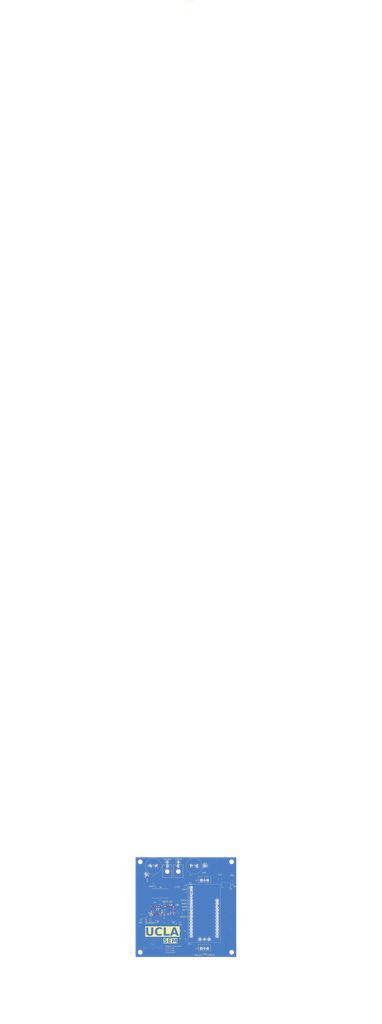
<source format=kicad_pcb>
(kicad_pcb (version 20240108) (generator "pcbnew") (generator_version "8.0")
  (layers (0 "F.Cu" signal) (31 "B.Cu" signal) (34 "B.Paste" user) (35 "F.Paste" user) (36 "B.SilkS" user "B.Silkscreen") (37 "F.SilkS" user "F.Silkscreen") (38 "B.Mask" user) (39 "F.Mask" user) (44 "Edge.Cuts" user))
  (net 0 "")
  (net 1 "GND")
  (net 2 "+5V")
  (net 3 "+3.3V")
  (net 4 "Net-(U2-CAP)")
  (net 5 "/DIVIDED_VOLTAGE")
  (net 6 "/AMPLIFIED_VOLTAGE")
  (net 7 "+12V")
  (net 8 "Net-(D1-Pad2)")
  (net 9 "Net-(D2-Pad2)")
  (net 10 "Net-(D3-Pad2)")
  (net 11 "/SHUNT_TO_LOAD")
  (net 12 "/CAN_N")
  (net 13 "/CAN_P")
  (net 14 "/CS")
  (net 15 "/FEEDBACK")
  (net 16 "Net-(R6-Pad2)")
  (net 17 "Net-(U2-AIN3P)")
  (net 18 "Net-(RP1-D4)")
  (net 19 "Net-(RP1-TX)")
  (net 36 "/MOSI")
  (net 37 "/MISO")
  (net 38 "/GPIO_CLKIN")
  (net 39 "/GPIO_RESET")
  (net 41 "/SCK")
  (net 42 "Net-(U4-VIN+)")
  (net 43 "Net-(C11-Pad2)")
  (net 44 "Net-(C9-Pad1)")
  (footprint "SMV_Passives:RESC2012X55N" (layer "F.Cu") (at 99.97 110.157799 90)
    (property "Reference" "R4")
    (property "Value" "TNPW0805101KBEEA" (hide yes))
  )
  (footprint "SMV_Logo:SEM_logo" (layer "F.Cu") (at 115.95 120.66)
    (property "Reference" "REF**")
    (property "Value" "SEM_logo")
  )
  (footprint "Resistor_THT:R_Axial_DIN0204_L3.6mm_D1.6mm_P1.90mm_Vertical" (layer "F.Cu") (at 147.405 68.42)
    (property "Reference" "R12")
    (property "Value" "R_US" (hide yes))
  )
  (footprint "SMV_Passives:Cap0805" (layer "F.Cu") (at 110.5 100.5 180)
    (property "Reference" "C3")
    (property "Value" "0.1uF,50V" (hide yes))
  )
  (footprint "SMV_Connectors:CONN_SD-43045-001_02_MOL" (layer "F.Cu") (at 118.65 68.48)
    (property "Reference" "12V_OUT")
    (property "Value" "430450200" (hide yes))
  )
  (footprint "MountingHole:MountingHole_3.2mm_M3" (layer "F.Cu") (at 169.28 136.16)
    (property "Reference" "H3" (hide yes))
    (property "Value" "MountingHole")
  )
  (footprint "TestPoint:TestPoint_Pad_D1.0mm" (layer "F.Cu") (at 116.143651 104.71325 90)
    (property "Reference" "RC1")
    (property "Value" "TestPoint" (hide yes))
  )
  (footprint "SMV_Passives:WSR" (layer "F.Cu") (at 112.9534 90 180)
    (property "Reference" "R1")
    (property "Value" "WSR5R0100FEA, 10mOhms" (hide yes))
  )
  (footprint "SMV_Passives:CAP_C2220C_2S_KEM" (layer "F.Cu") (at 136.8 78.53)
    (property "Reference" "C12")
    (property "Value" "4.7uF, 100V" (hide yes))
  )
  (footprint "TestPoint:TestPoint_Pad_D1.0mm" (layer "F.Cu") (at 102 109.227799 90)
    (property "Reference" "V_DIV")
    (property "Value" "TestPoint" (hide yes))
  )
  (footprint "TestPoint:TestPoint_Pad_D1.0mm" (layer "F.Cu") (at 125 85)
    (property "Reference" "TP1")
    (property "Value" "TestPoint" (hide yes))
  )
  (footprint "TestPoint:TestPoint_Pad_D1.0mm" (layer "F.Cu") (at 134.43 98.07)
    (property "Reference" "MOSI")
    (property "Value" "TestPoint" (hide yes))
  )
  (footprint "TestPoint:TestPoint_Pad_D1.0mm" (layer "F.Cu") (at 145.5 138.25)
    (property "Reference" "CAN_P")
    (property "Value" "TestPoint" (hide yes))
  )
  (footprint "SMV_Passives:WL-SMCW_0603(diode)" (layer "F.Cu") (at 128.7 124)
    (property "Reference" "D2")
    (property "Value" "WL-SMCW_0603" (hide yes))
  )
  (footprint "SMV_Passives:CAPC17595_87N_KEM" (layer "F.Cu") (at 118 105.757799 90)
    (property "Reference" "C2")
    (property "Value" "C0603C472K4RACTU, 4700pF" (hide yes))
  )
  (footprint "TestPoint:TestPoint_Pad_D1.0mm" (layer "F.Cu") (at 105.5 111.5)
    (property "Reference" "FEEDBACK")
    (property "Value" "TestPoint" (hide yes))
  )
  (footprint "SMV_Passives:Cap0805" (layer "F.Cu") (at 105.968 104.745102 180)
    (property "Reference" "C7")
    (property "Value" "0.1uF,50V" (hide yes))
  )
  (footprint "TestPoint:TestPoint_Pad_D1.0mm" (layer "F.Cu") (at 116.568 98.106349)
    (property "Reference" "SENSE_OUT")
    (property "Value" "TestPoint" (hide yes))
  )
  (footprint "TestPoint:TestPoint_Pad_D1.0mm" (layer "F.Cu") (at 113.5 107.5)
    (property "Reference" "RC2")
    (property "Value" "TestPoint" (hide yes))
  )
  (footprint "SMV_ICs:DCY4_TEX" (layer "F.Cu") (at 165 83.38215 180)
    (property "Reference" "U3")
    (property "Value" "UA78M05QDCYRG4Q1" (hide yes))
  )
  (footprint "SMV_ICs:SOT-23-5_MC_MCH" (layer "F.Cu") (at 105.386801 108.277798)
    (property "Reference" "U4")
    (property "Value" "MCP6286T-E/OT" (hide yes))
  )
  (footprint "SMV_Passives:Cap0805" (layer "F.Cu") (at 169.72 78.86 90)
    (property "Reference" "C1")
    (property "Value" "0.1uF,50V" (hide yes))
  )
  (footprint "TestPoint:TestPoint_Pad_D1.0mm" (layer "F.Cu") (at 134.43 100.53)
    (property "Reference" "MISO")
    (property "Value" "TestPoint" (hide yes))
  )
  (footprint "SMV_Passives:0805RESC2012X60N" (layer "F.Cu") (at 109.682 109.827797 180)
    (property "Reference" "R5")
    (property "Value" "CRCW020149R9FNED, 50Ω" (hide yes))
  )
  (footprint "MountingHole:MountingHole_3.2mm_M3" (layer "F.Cu") (at 97.44 65.19)
    (property "Reference" "H2" (hide yes))
    (property "Value" "MountingHole")
  )
  (footprint "SMV_Passives:WL-SMCW_0603(diode)" (layer "F.Cu") (at 132.5 83.5 -90)
    (property "Reference" "D1")
    (property "Value" "WL-SMCW_0603" (hide yes))
  )
  (footprint "SMV_Passives:CAP_C2220C_2S_KEM" (layer "F.Cu") (at 107.7698 79.3 180)
    (property "Reference" "C13")
    (property "Value" "4.7uF, 100V" (hide yes))
  )
  (footprint "TestPoint:TestPoint_Pad_D1.0mm" (layer "F.Cu") (at 128.8 112.88)
    (property "Reference" "CS")
    (property "Value" "TestPoint" (hide yes))
  )
  (footprint "SMV_Passives:0805RESC2012X60N" (layer "F.Cu") (at 132.5 89.49 -90)
    (property "Reference" "R9")
    (property "Value" "RCS0603150RJNEA, 150Ω" (hide yes))
  )
  (footprint "SMV_Passives:Cap0805" (layer "F.Cu") (at 126.4055 102.625001 90)
    (property "Reference" "C5")
    (property "Value" "1uF,16V" (hide yes))
  )
  (footprint "TestPoint:TestPoint_Pad_D1.0mm" (layer "F.Cu") (at 134 86.5)
    (property "Reference" "TP3")
    (property "Value" "TestPoint" (hide yes))
  )
  (footprint "TestPoint:TestPoint_Pad_D1.0mm" (layer "F.Cu") (at 134.43 108.34)
    (property "Reference" "RESET")
    (property "Value" "TestPoint" (hide yes))
  )
  (footprint "TestPoint:TestPoint_Pad_D1.0mm" (layer "F.Cu") (at 134.43 95.53)
    (property "Reference" "CLKIN")
    (property "Value" "TestPoint" (hide yes))
  )
  (footprint "TestPoint:TestPoint_Pad_D1.0mm" (layer "F.Cu") (at 134.43 102.94)
    (property "Reference" "SCK")
    (property "Value" "TestPoint" (hide yes))
  )
  (footprint "SMV_Passives:CAPC520220_215N_KEM" (layer "F.Cu") (at 113.182 111.825001 90)
    (property "Reference" "C8")
    (property "Value" "C1808C472KGRACTU, 4700pF")
  )
  (footprint "SMV_ICs:SOIC_DBVRQ1_TEX" (layer "F.Cu") (at 112.63475 97 180)
    (property "Reference" "U1")
    (property "Value" "INA181A1QDBVRQ1" (hide yes))
  )
  (footprint "Resistor_THT:R_Axial_DIN0204_L3.6mm_D1.6mm_P1.90mm_Vertical" (layer "F.Cu") (at 102 74.5 -90)
    (property "Reference" "R13")
    (property "Value" "R_US" (hide yes))
  )
  (footprint "SMV_Passives:RESC2012X55N" (layer "F.Cu") (at 100 106.57 90)
    (property "Reference" "R3")
    (property "Value" "TNPW0805505KBEEA" (hide yes))
  )
  (footprint "SMV_Passives:Big_Chunky_Cap" (layer "F.Cu") (at 139.71 68.48)
    (property "Reference" "C11")
    (property "Value" "470uF, 63V" (hide yes))
  )
  (footprint "MountingHole:MountingHole_3.2mm_M3" (layer "F.Cu") (at 169.23 65.19)
    (property "Reference" "H1" (hide yes))
    (property "Value" "MountingHole")
  )
  (footprint "TestPoint:TestPoint_Pad_D1.0mm" (layer "F.Cu") (at 97.5 111)
    (property "Reference" "GND")
    (property "Value" "TestPoint" (hide yes))
  )
  (footprint "SMV_Passives:0805RESC2012X60N" (layer "F.Cu") (at 132.97 124.2)
    (property "Reference" "R10")
    (property "Value" "RCS0603150RJNEA, 150Ω" (hide yes))
  )
  (footprint "SMV_Passives:0805RESC2012X60N" (layer "F.Cu") (at 118 102.53 90)
    (property "Reference" "R6")
    (property "Value" "CRCW020149R9FNED, 50Ω" (hide yes))
  )
  (footprint "SMV_Passives:Cap0805" (layer "F.Cu") (at 121.5 102.625001 90)
    (property "Reference" "C4")
    (property "Value" "1uF,16V" (hide yes))
  )
  (footprint "SMV_Passives:0805RESC2012X60N" (layer "F.Cu") (at 129 105.75 90)
    (property "Reference" "C6")
    (property "Value" "GCM188R71H104KA57D, 220nF" (hide yes))
  )
  (footprint "SMV_Connectors:3pin_CON_22035035_MOL" (layer "F.Cu") (at 145.414 133.2 180)
    (property "Reference" "CAN")
    (property "Value" "22035035" (hide yes))
  )
  (footprint "TestPoint:TestPoint_Pad_D1.0mm" (layer "F.Cu") (at 150.5 138.25)
    (property "Reference" "CAN_N")
    (property "Value" "TestPoint" (hide yes))
  )
  (footprint "SMV_Connectors:3pin_CON_22035035_MOL" (layer "F.Cu") (at 145.414 79.7 180)
    (property "Reference" "CAN")
    (property "Value" "22035035" (hide yes))
  )
  (footprint "SMV_Passives:0805RESC2012X60N" (layer "F.Cu") (at 132.97 120.7)
    (property "Reference" "R11")
    (property "Value" "RCS0603150RJNEA, 150Ω" (hide yes))
  )
  (footprint "TestPoint:TestPoint_Pad_D1.0mm" (layer "F.Cu") (at 109 84.5)
    (property "Reference" "LOAD")
    (property "Value" "TestPoint" (hide yes))
  )
  (footprint "SMV_Passives:0805RESC2012X60N" (layer "F.Cu") (at 126.75 113.75 90)
    (property "Reference" "R2")
    (property "Value" "10k")
  )
  (footprint "MountingHole:MountingHole_3.2mm_M3" (layer "F.Cu") (at 97.44 136.16)
    (property "Reference" "H4" (hide yes))
    (property "Value" "MountingHole")
  )
  (footprint "SMV_Passives:0805RESC2012X60N" (layer "F.Cu") (at 117.682 109.355001 -90)
    (property "Reference" "R8")
    (property "Value" "10kohms, 0.125W" (hide yes))
  )
  (footprint "SMV_Passives:0805RESC2012X60N" (layer "F.Cu") (at 117.682 112.885001 -90)
    (property "Reference" "R7")
    (property "Value" "10kohms, 0.125W" (hide yes))
  )
  (footprint "SMV_Passives:CAPC340270_105N_KEM" (layer "F.Cu") (at 160 78.88215 90)
    (property "Reference" "C10")
    (property "Value" "C1210C474K5RACTU, 0.47uF" (hide yes))
  )
  (footprint "SMV_Connectors:RP2040" (layer "F.Cu") (at 147.914 103.16)
    (property "Reference" "RP1")
    (property "Value" "~")
  )
  (footprint "SMV_Passives:WL-SMCW_0603(diode)" (layer "F.Cu") (at 128.7 120.5)
    (property "Reference" "D3")
    (property "Value" "WL-SMCW_0603" (hide yes))
  )
  (footprint "SMV_Connectors:CONN_SD-43045-001_02_MOL" (layer "F.Cu") (at 127.4 68.48)
    (property "Reference" "12V_IN")
    (property "Value" "430450200" (hide yes))
  )
  (footprint "SMV_Passives:Big_Chunky_Cap" (layer "F.Cu") (at 107.73805 68.48)
    (property "Reference" "C9")
    (property "Value" "470uF, 63V" (hide yes))
  )
  (footprint "SMV_ICs:TSSOP20_PW_TEX" (layer "F.Cu") (at 123.45275 108.525001)
    (property "Reference" "U2")
    (property "Value" "PADS131M04QPWRQ1" (hide yes))
  )
  (footprint "TestPoint:TestPoint_Pad_D1.0mm" (layer "F.Cu") (at 170.01 83.09)
    (property "Reference" "5V")
    (property "Value" "TestPoint" (hide yes))
  )
  (gr_poly (pts (xy 122 107.5) (xy 122 108.25) (xy 119.75 108.25) (xy 119.75 107.5)) (stroke (width 0.2)) (fill solid) (layer "F.Cu") (net 1))
  (gr_poly (pts (xy 122 110) (xy 122 110.75) (xy 119.75 110.75) (xy 119.75 110)) (stroke (width 0.2)) (fill solid) (layer "F.Cu") (net 1))
  (gr_rect (start 93.33 61.2) (end 173.35 140.33) (stroke (width 0.05)) (fill none) (layer "Edge.Cuts"))
  (gr_text "Nabeel Sonaseth\n1/27/25\nLow Power\nJoulemeter\n" (at 116.98 136.82 0) (layer "F.SilkS") (effects (font (size 1 1) (thickness 0.1)) (justify left bottom)))
  (segment (start 112.568 97.106349) (end 112.674349 97) (width 0.2) (layer "F.Cu") (net 1))
  (segment (start 121.500002 106.250002) (end 121.5 106.250002) (width 0.2) (layer "F.Cu") (net 1))
  (segment (start 112.674349 97) (end 114 97) (width 0.2) (layer "F.Cu") (net 1))
  (segment (start 120.600001 110.25) (end 120.5 110.149999) (width 0.2) (layer "F.Cu") (net 1))
  (segment (start 112.568 97.106349) (end 112.461651 97) (width 0.2) (layer "F.Cu") (net 1))
  (segment (start 117.826999 114) (end 117.682 113.855001) (width 0.2) (layer "F.Cu") (net 1))
  (segment (start 165 82) (end 165 80.2643) (width 0.2) (layer "F.Cu") (net 1))
  (segment (start 102 76.4) (end 103.1 77.5) (width 1) (layer "F.Cu") (net 1))
  (segment (start 107.818 100.5515) (end 107.8695 100.5) (width 0.2) (layer "F.Cu") (net 1))
  (segment (start 103.277798 108.277798) (end 104.091602 108.277798) (width 0.2) (layer "F.Cu") (net 1))
  (segment (start 121.619499 99.619499) (end 121.619499 101.75) (width 0.2) (layer "F.Cu") (net 1))
  (segment (start 127.9 120.5) (end 126.75 120.5) (width 0.2) (layer "F.Cu") (net 1))
  (segment (start 116.764402 106.485598) (end 118 106.485598) (width 0.2) (layer "F.Cu") (net 1))
  (segment (start 116.5 106.75) (end 116.764402 106.485598) (width 0.2) (layer "F.Cu") (net 1))
  (segment (start 126.4055 106.250002) (end 127.529998 106.250002) (width 0.35) (layer "F.Cu") (net 1))
  (segment (start 98.75 111) (end 99.907797 111) (width 0.2) (layer "F.Cu") (net 1))
  (segment (start 165 82) (end 165 86.5) (width 0.2) (layer "F.Cu") (net 1))
  (segment (start 125.25 101.75) (end 126.380501 101.75) (width 0.2) (layer "F.Cu") (net 1))
  (segment (start 105 104.677102) (end 105.068 104.745102) (width 0.2) (layer "F.Cu") (net 1))
  (segment (start 127.529998 106.250002) (end 129 104.78) (width 0.35) (layer "F.Cu") (net 1))
  (segment (start 125 106.25) (end 126.405498 106.25) (width 0.35) (layer "F.Cu") (net 1))
  (segment (start 112.461651 97) (end 111.2695 97) (width 0.2) (layer "F.Cu") (net 1))
  (segment (start 113 115.25) (end 113 114.009797) (width 0.2) (layer "F.Cu") (net 1))
  (segment (start 119.5 114) (end 117.826999 114) (width 0.2) (layer "F.Cu") (net 1))
  (segment (start 126.405498 106.25) (end 126.4055 106.250002) (width 0.2) (layer "F.Cu") (net 1))
  (segment (start 103.1 77.5) (end 105.5235 77.5) (width 1) (layer "F.Cu") (net 1))
  (segment (start 98.75 111) (end 97.5 111) (width 0.2) (layer "F.Cu") (net 1))
  (segment (start 121.5 99.5) (end 121.619499 99.619499) (width 0.2) (layer "F.Cu") (net 1))
  (segment (start 102.75 107.75) (end 103.277798 108.277798) (width 0.2) (layer "F.Cu") (net 1))
  (segment (start 121.524999 101.75) (end 121.5 101.725001) (width 0.2) (layer "F.Cu") (net 1))
  (segment (start 121.5 106.250002) (end 120.5 106.250002) (width 0.2) (layer "F.Cu") (net 1))
  (segment (start 126.380501 101.75) (end 126.4055 101.725001) (width 0.2) (layer "F.Cu") (net 1))
  (segment (start 126.75 124) (end 127.9 124) (width 0.2) (layer "F.Cu") (net 1))
  (segment (start 113 114.009797) (end 113.182 113.827797) (width 0.2) (layer "F.Cu") (net 1))
  (via (at 157.5 64.25) (size 0.6) (drill 0.3) (layers "F.Cu" "B.Cu") (net 1))
  (via (at 112.568 97.106349) (size 0.6) (drill 0.3) (layers "F.Cu" "B.Cu") (net 1))
  (via (at 130.1 95) (size 0.6) (drill 0.3) (layers "F.Cu" "B.Cu") (net 1))
  (via (at 125.5 81) (size 0.6) (drill 0.3) (layers "F.Cu" "B.Cu") (net 1))
  (via (at 96 127) (size 0.6) (drill 0.3) (layers "F.Cu" "B.Cu") (net 1))
  (via (at 109.75 85.25) (size 0.6) (drill 0.3) (layers "F.Cu" "B.Cu") (net 1))
  (via (at 126.75 120.5) (size 0.6) (drill 0.3) (layers "F.Cu" "B.Cu") (net 1))
  (via (at 97 73.5) (size 0.6) (drill 0.3) (layers "F.Cu" "B.Cu") (net 1))
  (via (at 107.5 134.5) (size 0.6) (drill 0.3) (layers "F.Cu" "B.Cu") (net 1))
  (via (at 113.25 82.75) (size 0.6) (drill 0.3) (layers "F.Cu" "B.Cu") (net 1))
  (via (at 126.75 124) (size 0.6) (drill 0.3) (layers "F.Cu" "B.Cu") (net 1))
  (via (at 168.5 128.5) (size 0.6) (drill 0.3) (layers "F.Cu" "B.Cu") (net 1))
  (via (at 120 127.25) (size 0.6) (drill 0.3) (layers "F.Cu" "B.Cu") (net 1))
  (via (at 116.5 106.75) (size 0.6) (drill 0.3) (layers "F.Cu" "B.Cu") (net 1))
  (via (at 121.75 107.75) (size 0.6) (drill 0.3) (layers "F.Cu" "B.Cu") (net 1))
  (via (at 107.5 127) (size 0.6) (drill 0.3) (layers "F.Cu" "B.Cu") (net 1))
  (via (at 143 115.5) (size 0.6) (drill 0.3) (layers "F.Cu" "B.Cu") (net 1))
  (via (at 121.500002 106.250002) (size 0.6) (drill 0.3) (layers "F.Cu" "B.Cu") (net 1))
  (via (at 163 71.5) (size 0.6) (drill 0.3) (layers "F.Cu" "B.Cu") (net 1))
  (via (at 121.75 110.25) (size 0.6) (drill 0.3) (layers "F.Cu" "B.Cu") (net 1))
  (via (at 98.75 111) (size 0.6) (drill 0.3) (layers "F.Cu" "B.Cu") (net 1))
  (via (at 121.5 99.5) (size 0.6) (drill 0.3) (layers "F.Cu" "B.Cu") (net 1))
  (via (at 152.25 94) (size 0.6) (drill 0.3) (layers "F.Cu" "B.Cu") (net 1))
  (via (at 102.5 102.5) (size 0.6) (drill 0.3) (layers "F.Cu" "B.Cu") (net 1))
  (via (at 168.75 104.75) (size 0.6) (drill 0.3) (layers "F.Cu" "B.Cu") (net 1))
  (via (at 143 104.5) (size 0.6) (drill 0.3) (layers "F.Cu" "B.Cu") (net 1))
  (via (at 102.75 107.75) (size 0.6) (drill 0.3) (layers "F.Cu" "B.Cu") (net 1))
  (via (at 165 82) (size 0.6) (drill 0.3) (layers "F.Cu" "B.Cu") (net 1))
  (via (at 129.2 62.8) (size 0.6) (drill 0.3) (layers "F.Cu" "B.Cu") (net 1))
  (via (at 110.25 107.25) (size 0.6) (drill 0.3) (layers "F.Cu" "B.Cu") (net 1))
  (via (at 131 80.5) (size 0.6) (drill 0.3) (layers "F.Cu" "B.Cu") (net 1))
  (via (at 97.25 82.75) (size 0.6) (drill 0.3) (layers "F.Cu" "B.Cu") (net 1))
  (via (at 119.5 114) (size 0.6) (drill 0.3) (layers "F.Cu" "B.Cu") (net 1))
  (via (at 113 115.25) (size 0.6) (drill 0.3) (layers "F.Cu" "B.Cu") (net 1))
  (via (at 152 104.5) (size 0.6) (drill 0.3) (layers "F.Cu" "B.Cu") (net 1))
  (via (at 125.25 101.75) (size 0.6) (drill 0.3) (layers "F.Cu" "B.Cu") (net 1))
  (via (at 96 134.75) (size 0.6) (drill 0.3) (layers "F.Cu" "B.Cu") (net 1))
  (via (at 143 94) (size 0.6) (drill 0.3) (layers "F.Cu" "B.Cu") (net 1))
  (via (at 120 134.5) (size 0.6) (drill 0.3) (layers "F.Cu" "B.Cu") (net 1))
  (via (at 125 106.25) (size 0.6) (drill 0.3) (layers "F.Cu" "B.Cu") (net 1))
  (via (at 118 95.25) (size 0.6) (drill 0.3) (layers "F.Cu" "B.Cu") (net 1))
  (via (at 120 63.5) (size 0.6) (drill 0.3) (layers "F.Cu" "B.Cu") (net 1))
  (via (at 114 99.75) (size 0.6) (drill 0.3) (layers "F.Cu" "B.Cu") (net 1))
  (via (at 152.25 115.75) (size 0.6) (drill 0.3) (layers "F.Cu" "B.Cu") (net 1))
  (via (at 168.75 117.5) (size 0.6) (drill 0.3) (layers "F.Cu" "B.Cu") (net 1))
  (segment (start 169.72 79.76) (end 169.95 79.99) (width 1) (layer "F.Cu") (net 2))
  (segment (start 157.8835 100.6165) (end 157.8835 100.62) (width 0.2) (layer "F.Cu") (net 2))
  (segment (start 169.4 80.08) (end 169.72 79.76) (width 1) (layer "F.Cu") (net 2))
  (segment (start 167.4957 80.08) (end 169.4 80.08) (width 1) (layer "F.Cu") (net 2))
  (segment (start 167.3114 80.2643) (end 167.4957 80.08) (width 0.8) (layer "F.Cu") (net 2))
  (segment (start 169.95 88.5535) (end 157.8835 100.62) (width 1) (layer "F.Cu") (net 2))
  (segment (start 169.95 79.99) (end 169.95 88.5535) (width 1) (layer "F.Cu") (net 2))
  (segment (start 124 103.5) (end 124 111.97) (width 0.6) (layer "F.Cu") (net 3))
  (segment (start 124 113.5) (end 125.25 114.75) (width 0.6) (layer "F.Cu") (net 3))
  (segment (start 126.72 114.75) (end 126.75 114.72) (width 0.6) (layer "F.Cu") (net 3))
  (segment (start 111.2695 97.950001) (end 111.2695 100.3695) (width 0.35) (layer "F.Cu") (net 3))
  (segment (start 124 98.868629) (end 132.408629 90.46) (width 0.6) (layer "F.Cu") (net 3))
  (segment (start 135.42 87.92) (end 134 86.5) (width 0.6) (layer "F.Cu") (net 3))
  (segment (start 126.4 105.39) (end 126.4055 105.3845) (width 0.5) (layer "F.Cu") (net 3))
  (segment (start 106.868 104.868) (end 107 105) (width 0.2) (layer "F.Cu") (net 3))
  (segment (start 106.868 104.745102) (end 106.868 104.868) (width 0.2) (layer "F.Cu") (net 3))
  (segment (start 121.75 115.75) (end 117 115.75) (width 0.6) (layer "F.Cu") (net 3))
  (segment (start 137.5 87.92) (end 135.42 87.92) (width 0.6) (layer "F.Cu") (net 3))
  (segment (start 120.5 104.425) (end 120.5 105.5) (width 0.55) (layer "F.Cu") (net 3))
  (segment (start 126.4055 105.3845) (end 126.4055 103.525001) (width 0.5) (layer "F.Cu") (net 3))
  (segment (start 126.380499 103.5) (end 126.4055 103.525001) (width 0.6) (layer "F.Cu") (net 3))
  (segment (start 111.2695 100.3695) (end 111.4 100.5) (width 0.2) (layer "F.Cu") (net 3))
  (segment (start 123 103.5) (end 121.525001 103.5) (width 0.6) (layer "F.Cu") (net 3))
  (segment (start 125.25 114.75) (end 126.72 114.75) (width 0.6) (layer "F.Cu") (net 3))
  (segment (start 111.5 100.5) (end 113 102) (width 0.35) (layer "F.Cu") (net 3))
  (segment (start 121.525001 103.5) (end 121.5 103.525001) (width 0.6) (layer "F.Cu") (net 3))
  (segment (start 111.4 100.5) (end 111.5 100.5) (width 0.2) (layer "F.Cu") (net 3))
  (segment (start 124 113.5) (end 121.75 115.75) (width 0.6) (layer "F.Cu") (net 3))
  (segment (start 132.408629 90.46) (end 137.5 90.46) (width 0.6) (layer "F.Cu") (net 3))
  (segment (start 124 101.06) (end 124 98.868629) (width 0.6) (layer "F.Cu") (net 3))
  (segment (start 107 105) (end 108.5 105) (width 0.35) (layer "F.Cu") (net 3))
  (segment (start 124 103.5) (end 126.380499 103.5) (width 0.6) (layer "F.Cu") (net 3))
  (segment (start 115.5 114.25) (end 117 115.75) (width 0.6) (layer "F.Cu") (net 3))
  (segment (start 121.5 103.425) (end 120.5 104.425) (width 0.55) (layer "F.Cu") (net 3))
  (segment (start 137.5 87.92) (end 137.5 90.46) (width 0.6) (layer "F.Cu") (net 3))
  (segment (start 106.868 104.745102) (end 106.868 107.141797) (width 0.35) (layer "F.Cu") (net 3))
  (segment (start 115.5 110.567001) (end 117.682 108.385001) (width 0.6) (layer "F.Cu") (net 3))
  (segment (start 106.868 107.141797) (end 106.682 107.327797) (width 0.2) (layer "F.Cu") (net 3))
  (segment (start 115.5 114.25) (end 115.5 110.567001) (width 0.6) (layer "F.Cu") (net 3))
  (segment (start 124 111.97) (end 124 113.5) (width 0.6) (layer "F.Cu") (net 3))
  (segment (start 124 100.25) (end 124 103.5) (width 0.6) (layer "F.Cu") (net 3))
  (segment (start 124 103.5) (end 123 103.5) (width 0.6) (layer "F.Cu") (net 3))
  (via (at 108.5 105) (size 0.6) (drill 0.3) (layers "F.Cu" "B.Cu") (net 3))
  (via (at 123 103.5) (size 0.6) (drill 0.3) (layers "F.Cu" "B.Cu") (net 3))
  (via (at 113 102) (size 0.6) (drill 0.3) (layers "F.Cu" "B.Cu") (net 3))
  (segment (start 126.4055 106.900003) (end 128.819997 106.900003) (width 0.2) (layer "F.Cu") (net 4))
  (segment (start 128.819997 106.900003) (end 129 106.72) (width 0.2) (layer "F.Cu") (net 4))
  (segment (start 113.182 109.822205) (end 113.182 107.818) (width 0.2) (layer "F.Cu") (net 5))
  (segment (start 119 108) (end 118.5 107.5) (width 0.2) (layer "F.Cu") (net 5))
  (segment (start 118.5 107.5) (end 113.5 107.5) (width 0.2) (layer "F.Cu") (net 5))
  (segment (start 110.652 109.827797) (end 113.176408 109.827797) (width 0.2) (layer "F.Cu") (net 5))
  (segment (start 120.5 108.849999) (end 119.667349 108.849999) (width 0.2) (layer "F.Cu") (net 5))
  (segment (start 119 108.18265) (end 119 108) (width 0.2) (layer "F.Cu") (net 5))
  (segment (start 113.176408 109.827797) (end 113.182 109.822205) (width 0.2) (layer "F.Cu") (net 5))
  (segment (start 113.182 107.818) (end 113.5 107.5) (width 0.2) (layer "F.Cu") (net 5))
  (segment (start 119.667349 108.849999) (end 119 108.18265) (width 0.2) (layer "F.Cu") (net 5))
  (segment (start 118.465621 105.483599) (end 119 106.017978) (width 0.2) (layer "F.Cu") (net 6))
  (segment (start 118 105.03) (end 118.453599 105.483599) (width 0.2) (layer "F.Cu") (net 6))
  (segment (start 119.4 106.9) (end 120.5 106.9) (width 0.2) (layer "F.Cu") (net 6))
  (segment (start 116.460401 105.03) (end 116.143651 104.71325) (width 0.2) (layer "F.Cu") (net 6))
  (segment (start 119 106.017978) (end 119 106.5) (width 0.2) (layer "F.Cu") (net 6))
  (segment (start 118.453599 105.483599) (end 118.465621 105.483599) (width 0.2) (layer "F.Cu") (net 6))
  (segment (start 118 103.5) (end 118 105.03) (width 0.2) (layer "F.Cu") (net 6))
  (segment (start 119 106.5) (end 119.4 106.9) (width 0.2) (layer "F.Cu") (net 6))
  (segment (start 118 105.03) (end 116.460401 105.03) (width 0.2) (layer "F.Cu") (net 6))
  (segment (start 117.5 90) (end 120 90) (width 1) (layer "F.Cu") (net 7))
  (segment (start 137.20175 68.48) (end 127.4 68.48) (width 1) (layer "F.Cu") (net 7))
  (segment (start 134.2 71.48175) (end 134.2 78.4065) (width 1) (layer "F.Cu") (net 7))
  (segment (start 137.20175 68.48) (end 134.2 71.48175) (width 1) (layer "F.Cu") (net 7))
  (segment (start 150.25 73) (end 141.72175 73) (width 1) (layer "F.Cu") (net 7))
  (segment (start 114 91) (end 115 90) (width 0.5) (layer "F.Cu") (net 7))
  (segment (start 160 80.284948) (end 162.667952 80.284948) (width 0.9) (layer "F.Cu") (net 7))
  (segment (start 159.965052 80.25) (end 157.5 80.25) (width 1) (layer "F.Cu") (net 7))
  (segment (start 141.72175 73) (end 137.20175 68.48) (width 1) (layer "F.Cu") (net 7))
  (segment (start 114 96.049999) (end 114 91) (width 0.5) (layer "F.Cu") (net 7))
  (segment (start 120 90) (end 131.47 78.53) (width 1) (layer "F.Cu") (net 7))
  (segment (start 131.47 78.53) (end 134.3235 78.53) (width 1) (layer "F.Cu") (net 7))
  (segment (start 157.5 80.25) (end 150.25 73) (width 1) (layer "F.Cu") (net 7))
  (segment (start 162.667952 80.284948) (end 162.6886 80.2643) (width 0.2) (layer "F.Cu") (net 7))
  (segment (start 134.2 78.4065) (end 134.3235 78.53) (width 1) (layer "F.Cu") (net 7))
  (segment (start 115 90) (end 117.5 90) (width 0.5) (layer "F.Cu") (net 7))
  (segment (start 132.5 84.3) (end 132.5 88.52) (width 0.2) (layer "F.Cu") (net 8))
  (segment (start 131.8 124) (end 132 124.2) (width 0.2) (layer "F.Cu") (net 9))
  (segment (start 129.7 124.2) (end 129.5 124) (width 0.2) (layer "F.Cu") (net 9))
  (segment (start 129.5 124) (end 131.8 124) (width 0.2) (layer "F.Cu") (net 9))
  (segment (start 132 120.7) (end 129.7 120.7) (width 0.2) (layer "F.Cu") (net 10))
  (segment (start 129.7 120.7) (end 129.5 120.5) (width 0.2) (layer "F.Cu") (net 10))
  (segment (start 100 105.64) (end 100.225 105.64) (width 0.35) (layer "F.Cu") (net 11))
  (segment (start 110.2463 83.339486) (end 108.4068 85.178986) (width 1) (layer "F.Cu") (net 11))
  (segment (start 110.2463 68.48) (end 118.65 68.48) (width 1) (layer "F.Cu") (net 11))
  (segment (start 109.815001 96.049999) (end 111.2695 96.049999) (width 0.35) (layer "F.Cu") (net 11))
  (segment (start 111.2695 90.7695) (end 110.5 90) (width 0.5) (layer "F.Cu") (net 11))
  (segment (start 110.5 90) (end 108.4068 90) (width 0.5) (layer "F.Cu") (net 11))
  (segment (start 110.2463 79.3) (end 110.2463 68.48) (width 1) (layer "F.Cu") (net 11))
  (segment (start 110.2463 79.3) (end 110.2463 83.339486) (width 1) (layer "F.Cu") (net 11))
  (segment (start 111.2695 96.049999) (end 111.2695 90.7695) (width 0.5) (layer "F.Cu") (net 11))
  (segment (start 100.225 105.64) (end 109.815001 96.049999) (width 0.35) (layer "F.Cu") (net 11))
  (segment (start 108.4068 85.178986) (end 108.4068 90) (width 1) (layer "F.Cu") (net 11))
  (segment (start 148.139001 130.925001) (end 148.139001 129.294999) (width 0.2) (layer "F.Cu") (net 12))
  (segment (start 150.5 138.25) (end 150.5 133.286) (width 0.2) (layer "F.Cu") (net 12))
  (segment (start 150.414 133.2) (end 148.139001 130.925001) (width 0.2) (layer "F.Cu") (net 12))
  (segment (start 148.139 122.745) (end 148.139 82.837501) (width 0.2) (layer "F.Cu") (net 12))
  (segment (start 148.139 82.837501) (end 150.414 80.562501) (width 0.2) (layer "F.Cu") (net 12))
  (segment (start 148.139001 129.294999) (end 151.414 126.02) (width 0.2) (layer "F.Cu") (net 12))
  (segment (start 150.5 133.286) (end 150.414 133.2) (width 0.2) (layer "F.Cu") (net 12))
  (segment (start 151.414 126.02) (end 148.139 122.745) (width 0.2) (layer "F.Cu") (net 12))
  (segment (start 150.414 80.562501) (end 150.414 79.7) (width 0.2) (layer "F.Cu") (net 12))
  (segment (start 147.688999 129.294999) (end 144.414 126.02) (width 0.2) (layer "F.Cu") (net 13))
  (segment (start 145.414 138.164) (end 145.414 133.2) (width 0.2) (layer "F.Cu") (net 13))
  (segment (start 145.414 80.562501) (end 145.414 79.7) (width 0.2) (layer "F.Cu") (net 13))
  (segment (start 144.414 126.02) (end 147.689 122.745) (width 0.2) (layer "F.Cu") (net 13))
  (segment (start 147.689 82.837501) (end 145.414 80.562501) (width 0.2) (layer "F.Cu") (net 13))
  (segment (start 147.689 122.745) (end 147.689 82.837501) (width 0.2) (layer "F.Cu") (net 13))
  (segment (start 147.688999 130.925001) (end 147.688999 129.294999) (width 0.2) (layer "F.Cu") (net 13))
  (segment (start 145.414 133.2) (end 147.688999 130.925001) (width 0.2) (layer "F.Cu") (net 13))
  (segment (start 145.5 138.25) (end 145.414 138.164) (width 0.2) (layer "F.Cu") (net 13))
  (segment (start 126.4055 110.800003) (end 129.859997 110.800003) (width 0.2) (layer "F.Cu") (net 14))
  (segment (start 125.88 112.88) (end 125.25 112.25) (width 0.2) (layer "F.Cu") (net 14))
  (segment (start 129.859997 110.800003) (end 137.5 103.16) (width 0.2) (layer "F.Cu") (net 14))
  (segment (start 128.8 112.88) (end 125.88 112.88) (width 0.2) (layer "F.Cu") (net 14))
  (segment (start 125.25 112.25) (end 125.25 111.25) (width 0.2) (layer "F.Cu") (net 14))
  (segment (start 125.699997 110.800003) (end 126.4055 110.800003) (width 0.2) (layer "F.Cu") (net 14))
  (segment (start 125.25 111.25) (end 125.699997 110.800003) (width 0.2) (layer "F.Cu") (net 14))
  (segment (start 104.263805 107.5) (end 104.091602 107.327797) (width 0.2) (layer "F.Cu") (net 15))
  (segment (start 104.75 107.5) (end 104.263805 107.5) (width 0.2) (layer "F.Cu") (net 15))
  (segment (start 106.477799 109.227799) (end 104.75 107.5) (width 0.2) (layer "F.Cu") (net 15))
  (segment (start 108.221797 110.318) (end 108.712 109.827797) (width 0.2) (layer "F.Cu") (net 15))
  (segment (start 106.682 110.318) (end 108.221797 110.318) (width 0.2) (layer "F.Cu") (net 15))
  (segment (start 106.682 109.227799) (end 106.477799 109.227799) (width 0.2) (layer "F.Cu") (net 15))
  (segment (start 106.682 109.227799) (end 106.682 110.318) (width 0.2) (layer "F.Cu") (net 15))
  (segment (start 106.682 110.318) (end 105.5 111.5) (width 0.2) (layer "F.Cu") (net 15))
  (segment (start 116.568 98.106349) (end 116.568 100.128) (width 0.2) (layer "F.Cu") (net 16))
  (segment (start 116.568 98.106349) (end 116.818 98.356349) (width 0.2) (layer "F.Cu") (net 16))
  (segment (start 114 98) (end 114.106349 98.106349) (width 0.2) (layer "F.Cu") (net 16))
  (segment (start 116.568 100.128) (end 118 101.56) (width 0.2) (layer "F.Cu") (net 16))
  (segment (start 114 97.950001) (end 114 98) (width 0.2) (layer "F.Cu") (net 16))
  (segment (start 114.106349 98.106349) (end 116.568 98.106349) (width 0.2) (layer "F.Cu") (net 16))
  (segment (start 120.034998 111.915001) (end 120.5 111.449999) (width 0.2) (layer "F.Cu") (net 17))
  (segment (start 117.682 110.325001) (end 117.682 111.915001) (width 0.2) (layer "F.Cu") (net 17))
  (segment (start 117.682 111.915001) (end 120.034998 111.915001) (width 0.2) (layer "F.Cu") (net 17))
  (segment (start 134.66 123.48) (end 133.94 124.2) (width 0.2) (layer "F.Cu") (net 18))
  (segment (start 137.5 123.48) (end 134.66 123.48) (width 0.2) (layer "F.Cu") (net 18))
  (segment (start 137.5 120.94) (end 134.18 120.94) (width 0.2) (layer "F.Cu") (net 19))
  (segment (start 134.18 120.94) (end 133.94 120.7) (width 0.2) (layer "F.Cu") (net 19))
  (segment (start 131.7 106.55) (end 131.7 99.58) (width 0.2) (layer "F.Cu") (net 36))
  (segment (start 133.2 98.08) (end 137.5 98.08) (width 0.2) (layer "F.Cu") (net 36))
  (segment (start 131.7 99.58) (end 133.2 98.08) (width 0.2) (layer "F.Cu") (net 36))
  (segment (start 130.049997 108.200003) (end 131.7 106.55) (width 0.2) (layer "F.Cu") (net 36))
  (segment (start 137.47 98.05) (end 137.5 98.08) (width 0.2) (layer "F.Cu") (net 36))
  (segment (start 126.4055 108.200003) (end 130.049997 108.200003) (width 0.2) (layer "F.Cu") (net 36))
  (segment (start 126.4055 108.850002) (end 130.149998 108.850002) (width 0.2) (layer "F.Cu") (net 37))
  (segment (start 137.48 100.64) (end 137.5 100.62) (width 0.2) (layer "F.Cu") (net 37))
  (segment (start 133.69 100.62) (end 137.5 100.62) (width 0.2) (layer "F.Cu") (net 37))
  (segment (start 132.53 101.78) (end 133.69 100.62) (width 0.2) (layer "F.Cu") (net 37))
  (segment (start 130.149998 108.850002) (end 132.53 106.47) (width 0.2) (layer "F.Cu") (net 37))
  (segment (start 132.53 106.47) (end 132.53 101.78) (width 0.2) (layer "F.Cu") (net 37))
  (segment (start 137.46 95.5) (end 137.5 95.54) (width 0.2) (layer "F.Cu") (net 38))
  (segment (start 126.455502 107.5) (end 130 107.5) (width 0.2) (layer "F.Cu") (net 38))
  (segment (start 130 107.5) (end 130.87 106.63) (width 0.2) (layer "F.Cu") (net 38))
  (segment (start 126.4055 107.550002) (end 126.455502 107.5) (width 0.2) (layer "F.Cu") (net 38))
  (segment (start 137.49 95.53) (end 137.5 95.54) (width 0.2) (layer "F.Cu") (net 38))
  (segment (start 130.87 97.37) (end 132.71 95.53) (width 0.2) (layer "F.Cu") (net 38))
  (segment (start 134.51 95.53) (end 137.49 95.53) (width 0.2) (layer "F.Cu") (net 38))
  (segment (start 132.71 95.53) (end 134.51 95.53) (width 0.2) (layer "F.Cu") (net 38))
  (segment (start 130.87 106.63) (end 130.87 97.37) (width 0.2) (layer "F.Cu") (net 38))
  (segment (start 134.39 108.34) (end 137.03 105.7) (width 0.2) (layer "F.Cu") (net 39))
  (segment (start 126.4055 111.450001) (end 126.470001 111.450001) (width 0.2) (layer "F.Cu") (net 39))
  (segment (start 137.03 105.7) (end 137.5 105.7) (width 0.2) (layer "F.Cu") (net 39))
  (segment (start 126.49 111.47) (end 131.26 111.47) (width 0.2) (layer "F.Cu") (net 39))
  (segment (start 131.26 111.47) (end 134.39 108.34) (width 0.2) (layer "F.Cu") (net 39))
  (segment (start 137.3 105.5) (end 137.5 105.7) (width 0.2) (layer "F.Cu") (net 39))
  (segment (start 126.470001 111.450001) (end 126.49 111.47) (width 0.2) (layer "F.Cu") (net 39))
  (segment (start 139.51 103.03) (end 139.51 108.77) (width 0.2) (layer "F.Cu") (net 41))
  (segment (start 130.25 109.5) (end 133.73 106.02) (width 0.2) (layer "F.Cu") (net 41))
  (segment (start 126.4055 109.500003) (end 127.009997 109.500003) (width 0.2) (layer "F.Cu") (net 41))
  (segment (start 127.009997 109.500003) (end 127.01 109.5) (width 0.2) (layer "F.Cu") (net 41))
  (segment (start 135.48 101.89) (end 138.38 101.89) (width 0.2) (layer "F.Cu") (net 41))
  (segment (start 139.51 108.77) (end 137.5 110.78) (width 0.2) (layer "F.Cu") (net 41))
  (segment (start 133.73 103.64) (end 135.48 101.89) (width 0.2) (layer "F.Cu") (net 41))
  (segment (start 133.73 106.02) (end 133.73 103.64) (width 0.2) (layer "F.Cu") (net 41))
  (segment (start 127.01 109.5) (end 130.25 109.5) (width 0.2) (layer "F.Cu") (net 41))
  (segment (start 138.38 101.9) (end 139.51 103.03) (width 0.2) (layer "F.Cu") (net 41))
  (segment (start 100 109.197799) (end 99.97 109.227799) (width 0.2) (layer "F.Cu") (net 42))
  (segment (start 99.97 109.227799) (end 104.091602 109.227799) (width 0.2) (layer "F.Cu") (net 42))
  (segment (start 99.97 109.227799) (end 99.97 109.03) (width 0.2) (layer "F.Cu") (net 42))
  (segment (start 100 107.5) (end 100 109.197799) (width 0.2) (layer "F.Cu") (net 42))
  (segment (start 99.97 109.03) (end 100 109) (width 0.2) (layer "F.Cu") (net 42))
  (segment (start 147.345 68.48) (end 147.405 68.42) (width 0.2) (layer "F.Cu") (net 43))
  (segment (start 142.21825 68.48) (end 147.345 68.48) (width 1) (layer "F.Cu") (net 43))
  (segment (start 104.9835 71.5165) (end 102 74.5) (width 1) (layer "F.Cu") (net 44))
  (segment (start 104.9835 68.48) (end 104.9835 71.5165) (width 1) (layer "F.Cu") (net 44))
  (zone (net 0) (net_name "") (layer "F.Cu") (connect_pads (clearance 0)) (min_thickness 0.25)
    (keepout (tracks allowed) (vias allowed) (pads allowed) (copperpour not_allowed) (footprints allowed))
    (fill (thermal_gap 0.5) (thermal_bridge_width 0.5))
    (polygon (pts (xy 115.25 94) (xy 110 94) (xy 110 87) (xy 115.25 87)))
  )
  (zone (net 1) (net_name "GND") (layers "F&B.Cu") (connect_pads (clearance 0.5)) (min_thickness 0.25) (fill yes (thermal_gap 0.5) (thermal_bridge_width 0.5))
    (polygon (pts (xy 93.5 61.1) (xy 173.5 61.1) (xy 173.3 140.3) (xy 93.4 140.2)))
  )
  (zone (net 3) (net_name "+3.3V") (layer "B.Cu") (priority 1) (connect_pads (clearance 0.5)) (min_thickness 0.25) (fill yes (thermal_gap 0.5) (thermal_bridge_width 0.5))
    (polygon (pts (xy 123.5 100.5) (xy 123.5 106) (xy 106.5 106) (xy 106.5 100.5)))
  )
)
</source>
